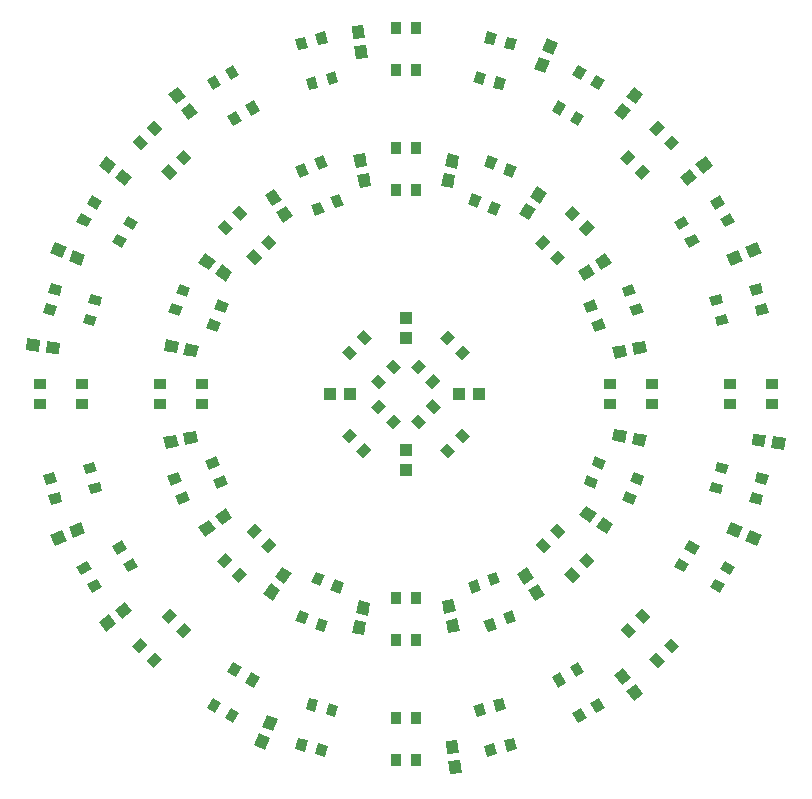
<source format=gtp>
G75*
%MOIN*%
%OFA0B0*%
%FSLAX25Y25*%
%IPPOS*%
%LPD*%
%AMOC8*
5,1,8,0,0,1.08239X$1,22.5*
%
%ADD10R,0.03346X0.03937*%
%ADD11R,0.03937X0.03346*%
%ADD12R,0.04331X0.03937*%
%ADD13R,0.03937X0.04331*%
D10*
G36*
X0048539Y0044301D02*
X0046173Y0046667D01*
X0048955Y0049449D01*
X0051321Y0047083D01*
X0048539Y0044301D01*
G37*
G36*
X0043667Y0049173D02*
X0041301Y0051539D01*
X0044083Y0054321D01*
X0046449Y0051955D01*
X0043667Y0049173D01*
G37*
G36*
X0053411Y0058917D02*
X0051045Y0061283D01*
X0053827Y0064065D01*
X0056193Y0061699D01*
X0053411Y0058917D01*
G37*
G36*
X0058283Y0054045D02*
X0055917Y0056411D01*
X0058699Y0059193D01*
X0061065Y0056827D01*
X0058283Y0054045D01*
G37*
G36*
X0075926Y0041056D02*
X0073030Y0042729D01*
X0074998Y0046136D01*
X0077894Y0044463D01*
X0075926Y0041056D01*
G37*
G36*
X0081892Y0037611D02*
X0078996Y0039284D01*
X0080964Y0042691D01*
X0083860Y0041018D01*
X0081892Y0037611D01*
G37*
G36*
X0075002Y0025678D02*
X0072106Y0027351D01*
X0074074Y0030758D01*
X0076970Y0029085D01*
X0075002Y0025678D01*
G37*
G36*
X0069036Y0029123D02*
X0066140Y0030796D01*
X0068108Y0034203D01*
X0071004Y0032530D01*
X0069036Y0029123D01*
G37*
G36*
X0098731Y0016323D02*
X0095500Y0017189D01*
X0096519Y0020989D01*
X0099750Y0020123D01*
X0098731Y0016323D01*
G37*
G36*
X0105386Y0014539D02*
X0102155Y0015405D01*
X0103174Y0019205D01*
X0106405Y0018339D01*
X0105386Y0014539D01*
G37*
G36*
X0108953Y0027849D02*
X0105722Y0028715D01*
X0106741Y0032515D01*
X0109972Y0031649D01*
X0108953Y0027849D01*
G37*
G36*
X0102298Y0029633D02*
X0099067Y0030499D01*
X0100086Y0034299D01*
X0103317Y0033433D01*
X0102298Y0029633D01*
G37*
X0129055Y0027390D03*
X0135945Y0027390D03*
X0135945Y0013610D03*
X0129055Y0013610D03*
G36*
X0159278Y0028715D02*
X0156047Y0027849D01*
X0155028Y0031649D01*
X0158259Y0032515D01*
X0159278Y0028715D01*
G37*
G36*
X0165933Y0030499D02*
X0162702Y0029633D01*
X0161683Y0033433D01*
X0164914Y0034299D01*
X0165933Y0030499D01*
G37*
G36*
X0169500Y0017189D02*
X0166269Y0016323D01*
X0165250Y0020123D01*
X0168481Y0020989D01*
X0169500Y0017189D01*
G37*
G36*
X0162845Y0015405D02*
X0159614Y0014539D01*
X0158595Y0018339D01*
X0161826Y0019205D01*
X0162845Y0015405D01*
G37*
G36*
X0186004Y0039284D02*
X0183108Y0037611D01*
X0181140Y0041018D01*
X0184036Y0042691D01*
X0186004Y0039284D01*
G37*
G36*
X0191970Y0042729D02*
X0189074Y0041056D01*
X0187106Y0044463D01*
X0190002Y0046136D01*
X0191970Y0042729D01*
G37*
G36*
X0198860Y0030796D02*
X0195964Y0029123D01*
X0193996Y0032530D01*
X0196892Y0034203D01*
X0198860Y0030796D01*
G37*
G36*
X0192894Y0027351D02*
X0189998Y0025678D01*
X0188030Y0029085D01*
X0190926Y0030758D01*
X0192894Y0027351D01*
G37*
G36*
X0218827Y0046667D02*
X0216461Y0044301D01*
X0213679Y0047083D01*
X0216045Y0049449D01*
X0218827Y0046667D01*
G37*
G36*
X0223699Y0051539D02*
X0221333Y0049173D01*
X0218551Y0051955D01*
X0220917Y0054321D01*
X0223699Y0051539D01*
G37*
G36*
X0213955Y0061283D02*
X0211589Y0058917D01*
X0208807Y0061699D01*
X0211173Y0064065D01*
X0213955Y0061283D01*
G37*
G36*
X0209083Y0056411D02*
X0206717Y0054045D01*
X0203935Y0056827D01*
X0206301Y0059193D01*
X0209083Y0056411D01*
G37*
G36*
X0190510Y0074984D02*
X0188144Y0072618D01*
X0185362Y0075400D01*
X0187728Y0077766D01*
X0190510Y0074984D01*
G37*
G36*
X0195382Y0079856D02*
X0193016Y0077490D01*
X0190234Y0080272D01*
X0192600Y0082638D01*
X0195382Y0079856D01*
G37*
G36*
X0185638Y0089600D02*
X0183272Y0087234D01*
X0180490Y0090016D01*
X0182856Y0092382D01*
X0185638Y0089600D01*
G37*
G36*
X0180766Y0084728D02*
X0178400Y0082362D01*
X0175618Y0085144D01*
X0177984Y0087510D01*
X0180766Y0084728D01*
G37*
G36*
X0164044Y0072707D02*
X0160954Y0071426D01*
X0159448Y0075061D01*
X0162538Y0076342D01*
X0164044Y0072707D01*
G37*
G36*
X0157679Y0070070D02*
X0154589Y0068789D01*
X0153083Y0072424D01*
X0156173Y0073705D01*
X0157679Y0070070D01*
G37*
G36*
X0169317Y0059976D02*
X0166227Y0058695D01*
X0164721Y0062330D01*
X0167811Y0063611D01*
X0169317Y0059976D01*
G37*
G36*
X0162952Y0057339D02*
X0159862Y0056058D01*
X0158356Y0059693D01*
X0161446Y0060974D01*
X0162952Y0057339D01*
G37*
X0135945Y0053610D03*
X0129055Y0053610D03*
X0129055Y0067390D03*
X0135945Y0067390D03*
G36*
X0110411Y0068789D02*
X0107321Y0070070D01*
X0108827Y0073705D01*
X0111917Y0072424D01*
X0110411Y0068789D01*
G37*
G36*
X0104046Y0071426D02*
X0100956Y0072707D01*
X0102462Y0076342D01*
X0105552Y0075061D01*
X0104046Y0071426D01*
G37*
G36*
X0098773Y0058695D02*
X0095683Y0059976D01*
X0097189Y0063611D01*
X0100279Y0062330D01*
X0098773Y0058695D01*
G37*
G36*
X0105138Y0056058D02*
X0102048Y0057339D01*
X0103554Y0060974D01*
X0106644Y0059693D01*
X0105138Y0056058D01*
G37*
G36*
X0076856Y0072618D02*
X0074490Y0074984D01*
X0077272Y0077766D01*
X0079638Y0075400D01*
X0076856Y0072618D01*
G37*
G36*
X0071984Y0077490D02*
X0069618Y0079856D01*
X0072400Y0082638D01*
X0074766Y0080272D01*
X0071984Y0077490D01*
G37*
G36*
X0081728Y0087234D02*
X0079362Y0089600D01*
X0082144Y0092382D01*
X0084510Y0090016D01*
X0081728Y0087234D01*
G37*
G36*
X0086600Y0082362D02*
X0084234Y0084728D01*
X0087016Y0087510D01*
X0089382Y0085144D01*
X0086600Y0082362D01*
G37*
G36*
X0069607Y0103856D02*
X0068326Y0106946D01*
X0071961Y0108452D01*
X0073242Y0105362D01*
X0069607Y0103856D01*
G37*
G36*
X0066970Y0110221D02*
X0065689Y0113311D01*
X0069324Y0114817D01*
X0070605Y0111727D01*
X0066970Y0110221D01*
G37*
G36*
X0056876Y0098583D02*
X0055595Y0101673D01*
X0059230Y0103179D01*
X0060511Y0100089D01*
X0056876Y0098583D01*
G37*
G36*
X0054239Y0104948D02*
X0052958Y0108038D01*
X0056593Y0109544D01*
X0057874Y0106454D01*
X0054239Y0104948D01*
G37*
G36*
X0036284Y0081996D02*
X0034611Y0084892D01*
X0038018Y0086860D01*
X0039691Y0083964D01*
X0036284Y0081996D01*
G37*
G36*
X0039729Y0076030D02*
X0038056Y0078926D01*
X0041463Y0080894D01*
X0043136Y0077998D01*
X0039729Y0076030D01*
G37*
G36*
X0027796Y0069140D02*
X0026123Y0072036D01*
X0029530Y0074004D01*
X0031203Y0071108D01*
X0027796Y0069140D01*
G37*
G36*
X0024351Y0075106D02*
X0022678Y0078002D01*
X0026085Y0079970D01*
X0027758Y0077074D01*
X0024351Y0075106D01*
G37*
G36*
X0014189Y0098500D02*
X0013323Y0101731D01*
X0017123Y0102750D01*
X0017989Y0099519D01*
X0014189Y0098500D01*
G37*
G36*
X0012405Y0105155D02*
X0011539Y0108386D01*
X0015339Y0109405D01*
X0016205Y0106174D01*
X0012405Y0105155D01*
G37*
G36*
X0025715Y0108722D02*
X0024849Y0111953D01*
X0028649Y0112972D01*
X0029515Y0109741D01*
X0025715Y0108722D01*
G37*
G36*
X0027499Y0102067D02*
X0026633Y0105298D01*
X0030433Y0106317D01*
X0031299Y0103086D01*
X0027499Y0102067D01*
G37*
G36*
X0065889Y0157589D02*
X0067170Y0160679D01*
X0070805Y0159173D01*
X0069524Y0156083D01*
X0065889Y0157589D01*
G37*
G36*
X0068526Y0163954D02*
X0069807Y0167044D01*
X0073442Y0165538D01*
X0072161Y0162448D01*
X0068526Y0163954D01*
G37*
G36*
X0055795Y0169227D02*
X0057076Y0172317D01*
X0060711Y0170811D01*
X0059430Y0167721D01*
X0055795Y0169227D01*
G37*
G36*
X0053158Y0162862D02*
X0054439Y0165952D01*
X0058074Y0164446D01*
X0056793Y0161356D01*
X0053158Y0162862D01*
G37*
G36*
X0026633Y0165702D02*
X0027499Y0168933D01*
X0031299Y0167914D01*
X0030433Y0164683D01*
X0026633Y0165702D01*
G37*
G36*
X0024849Y0159047D02*
X0025715Y0162278D01*
X0029515Y0161259D01*
X0028649Y0158028D01*
X0024849Y0159047D01*
G37*
G36*
X0011539Y0162614D02*
X0012405Y0165845D01*
X0016205Y0164826D01*
X0015339Y0161595D01*
X0011539Y0162614D01*
G37*
G36*
X0013323Y0169269D02*
X0014189Y0172500D01*
X0017989Y0171481D01*
X0017123Y0168250D01*
X0013323Y0169269D01*
G37*
G36*
X0022678Y0192998D02*
X0024351Y0195894D01*
X0027758Y0193926D01*
X0026085Y0191030D01*
X0022678Y0192998D01*
G37*
G36*
X0026123Y0198964D02*
X0027796Y0201860D01*
X0031203Y0199892D01*
X0029530Y0196996D01*
X0026123Y0198964D01*
G37*
G36*
X0034611Y0186108D02*
X0036284Y0189004D01*
X0039691Y0187036D01*
X0038018Y0184140D01*
X0034611Y0186108D01*
G37*
G36*
X0038056Y0192074D02*
X0039729Y0194970D01*
X0043136Y0193002D01*
X0041463Y0190106D01*
X0038056Y0192074D01*
G37*
G36*
X0051045Y0209717D02*
X0053411Y0212083D01*
X0056193Y0209301D01*
X0053827Y0206935D01*
X0051045Y0209717D01*
G37*
G36*
X0055917Y0214589D02*
X0058283Y0216955D01*
X0061065Y0214173D01*
X0058699Y0211807D01*
X0055917Y0214589D01*
G37*
G36*
X0046173Y0224333D02*
X0048539Y0226699D01*
X0051321Y0223917D01*
X0048955Y0221551D01*
X0046173Y0224333D01*
G37*
G36*
X0041301Y0219461D02*
X0043667Y0221827D01*
X0046449Y0219045D01*
X0044083Y0216679D01*
X0041301Y0219461D01*
G37*
G36*
X0066140Y0240204D02*
X0069036Y0241877D01*
X0071004Y0238470D01*
X0068108Y0236797D01*
X0066140Y0240204D01*
G37*
G36*
X0072106Y0243649D02*
X0075002Y0245322D01*
X0076970Y0241915D01*
X0074074Y0240242D01*
X0072106Y0243649D01*
G37*
G36*
X0078996Y0231716D02*
X0081892Y0233389D01*
X0083860Y0229982D01*
X0080964Y0228309D01*
X0078996Y0231716D01*
G37*
G36*
X0073030Y0228271D02*
X0075926Y0229944D01*
X0077894Y0226537D01*
X0074998Y0224864D01*
X0073030Y0228271D01*
G37*
G36*
X0095583Y0211124D02*
X0098673Y0212405D01*
X0100179Y0208770D01*
X0097089Y0207489D01*
X0095583Y0211124D01*
G37*
G36*
X0101948Y0213761D02*
X0105038Y0215042D01*
X0106544Y0211407D01*
X0103454Y0210126D01*
X0101948Y0213761D01*
G37*
G36*
X0107221Y0201030D02*
X0110311Y0202311D01*
X0111817Y0198676D01*
X0108727Y0197395D01*
X0107221Y0201030D01*
G37*
G36*
X0100856Y0198393D02*
X0103946Y0199674D01*
X0105452Y0196039D01*
X0102362Y0194758D01*
X0100856Y0198393D01*
G37*
G36*
X0084234Y0186272D02*
X0086600Y0188638D01*
X0089382Y0185856D01*
X0087016Y0183490D01*
X0084234Y0186272D01*
G37*
G36*
X0079362Y0181400D02*
X0081728Y0183766D01*
X0084510Y0180984D01*
X0082144Y0178618D01*
X0079362Y0181400D01*
G37*
G36*
X0069618Y0191144D02*
X0071984Y0193510D01*
X0074766Y0190728D01*
X0072400Y0188362D01*
X0069618Y0191144D01*
G37*
G36*
X0074490Y0196016D02*
X0076856Y0198382D01*
X0079638Y0195600D01*
X0077272Y0193234D01*
X0074490Y0196016D01*
G37*
G36*
X0099067Y0240501D02*
X0102298Y0241367D01*
X0103317Y0237567D01*
X0100086Y0236701D01*
X0099067Y0240501D01*
G37*
G36*
X0105722Y0242285D02*
X0108953Y0243151D01*
X0109972Y0239351D01*
X0106741Y0238485D01*
X0105722Y0242285D01*
G37*
G36*
X0095500Y0253811D02*
X0098731Y0254677D01*
X0099750Y0250877D01*
X0096519Y0250011D01*
X0095500Y0253811D01*
G37*
G36*
X0102155Y0255595D02*
X0105386Y0256461D01*
X0106405Y0252661D01*
X0103174Y0251795D01*
X0102155Y0255595D01*
G37*
X0129055Y0257390D03*
X0135945Y0257390D03*
X0135945Y0243610D03*
X0129055Y0243610D03*
X0129055Y0217390D03*
X0135945Y0217390D03*
X0135945Y0203610D03*
X0129055Y0203610D03*
G36*
X0154689Y0202411D02*
X0157779Y0201130D01*
X0156273Y0197495D01*
X0153183Y0198776D01*
X0154689Y0202411D01*
G37*
G36*
X0161054Y0199774D02*
X0164144Y0198493D01*
X0162638Y0194858D01*
X0159548Y0196139D01*
X0161054Y0199774D01*
G37*
G36*
X0166327Y0212505D02*
X0169417Y0211224D01*
X0167911Y0207589D01*
X0164821Y0208870D01*
X0166327Y0212505D01*
G37*
G36*
X0159962Y0215142D02*
X0163052Y0213861D01*
X0161546Y0210226D01*
X0158456Y0211507D01*
X0159962Y0215142D01*
G37*
G36*
X0162702Y0241367D02*
X0165933Y0240501D01*
X0164914Y0236701D01*
X0161683Y0237567D01*
X0162702Y0241367D01*
G37*
G36*
X0156047Y0243151D02*
X0159278Y0242285D01*
X0158259Y0238485D01*
X0155028Y0239351D01*
X0156047Y0243151D01*
G37*
G36*
X0159614Y0256461D02*
X0162845Y0255595D01*
X0161826Y0251795D01*
X0158595Y0252661D01*
X0159614Y0256461D01*
G37*
G36*
X0166269Y0254677D02*
X0169500Y0253811D01*
X0168481Y0250011D01*
X0165250Y0250877D01*
X0166269Y0254677D01*
G37*
G36*
X0189998Y0245322D02*
X0192894Y0243649D01*
X0190926Y0240242D01*
X0188030Y0241915D01*
X0189998Y0245322D01*
G37*
G36*
X0195964Y0241877D02*
X0198860Y0240204D01*
X0196892Y0236797D01*
X0193996Y0238470D01*
X0195964Y0241877D01*
G37*
G36*
X0183108Y0233389D02*
X0186004Y0231716D01*
X0184036Y0228309D01*
X0181140Y0229982D01*
X0183108Y0233389D01*
G37*
G36*
X0189074Y0229944D02*
X0191970Y0228271D01*
X0190002Y0224864D01*
X0187106Y0226537D01*
X0189074Y0229944D01*
G37*
G36*
X0206717Y0216955D02*
X0209083Y0214589D01*
X0206301Y0211807D01*
X0203935Y0214173D01*
X0206717Y0216955D01*
G37*
G36*
X0211589Y0212083D02*
X0213955Y0209717D01*
X0211173Y0206935D01*
X0208807Y0209301D01*
X0211589Y0212083D01*
G37*
G36*
X0221333Y0221827D02*
X0223699Y0219461D01*
X0220917Y0216679D01*
X0218551Y0219045D01*
X0221333Y0221827D01*
G37*
G36*
X0216461Y0226699D02*
X0218827Y0224333D01*
X0216045Y0221551D01*
X0213679Y0223917D01*
X0216461Y0226699D01*
G37*
G36*
X0237204Y0201860D02*
X0238877Y0198964D01*
X0235470Y0196996D01*
X0233797Y0199892D01*
X0237204Y0201860D01*
G37*
G36*
X0240649Y0195894D02*
X0242322Y0192998D01*
X0238915Y0191030D01*
X0237242Y0193926D01*
X0240649Y0195894D01*
G37*
G36*
X0228716Y0189004D02*
X0230389Y0186108D01*
X0226982Y0184140D01*
X0225309Y0187036D01*
X0228716Y0189004D01*
G37*
G36*
X0225271Y0194970D02*
X0226944Y0192074D01*
X0223537Y0190106D01*
X0221864Y0193002D01*
X0225271Y0194970D01*
G37*
G36*
X0208024Y0172317D02*
X0209305Y0169227D01*
X0205670Y0167721D01*
X0204389Y0170811D01*
X0208024Y0172317D01*
G37*
G36*
X0210661Y0165952D02*
X0211942Y0162862D01*
X0208307Y0161356D01*
X0207026Y0164446D01*
X0210661Y0165952D01*
G37*
G36*
X0197930Y0160679D02*
X0199211Y0157589D01*
X0195576Y0156083D01*
X0194295Y0159173D01*
X0197930Y0160679D01*
G37*
G36*
X0195293Y0167044D02*
X0196574Y0163954D01*
X0192939Y0162448D01*
X0191658Y0165538D01*
X0195293Y0167044D01*
G37*
G36*
X0183272Y0183666D02*
X0185638Y0181300D01*
X0182856Y0178518D01*
X0180490Y0180884D01*
X0183272Y0183666D01*
G37*
G36*
X0178400Y0188538D02*
X0180766Y0186172D01*
X0177984Y0183390D01*
X0175618Y0185756D01*
X0178400Y0188538D01*
G37*
G36*
X0188144Y0198282D02*
X0190510Y0195916D01*
X0187728Y0193134D01*
X0185362Y0195500D01*
X0188144Y0198282D01*
G37*
G36*
X0193016Y0193410D02*
X0195382Y0191044D01*
X0192600Y0188262D01*
X0190234Y0190628D01*
X0193016Y0193410D01*
G37*
G36*
X0237501Y0168933D02*
X0238367Y0165702D01*
X0234567Y0164683D01*
X0233701Y0167914D01*
X0237501Y0168933D01*
G37*
G36*
X0239285Y0162278D02*
X0240151Y0159047D01*
X0236351Y0158028D01*
X0235485Y0161259D01*
X0239285Y0162278D01*
G37*
G36*
X0250811Y0172500D02*
X0251677Y0169269D01*
X0247877Y0168250D01*
X0247011Y0171481D01*
X0250811Y0172500D01*
G37*
G36*
X0252595Y0165845D02*
X0253461Y0162614D01*
X0249661Y0161595D01*
X0248795Y0164826D01*
X0252595Y0165845D01*
G37*
G36*
X0240151Y0111953D02*
X0239285Y0108722D01*
X0235485Y0109741D01*
X0236351Y0112972D01*
X0240151Y0111953D01*
G37*
G36*
X0238367Y0105298D02*
X0237501Y0102067D01*
X0233701Y0103086D01*
X0234567Y0106317D01*
X0238367Y0105298D01*
G37*
G36*
X0251677Y0101731D02*
X0250811Y0098500D01*
X0247011Y0099519D01*
X0247877Y0102750D01*
X0251677Y0101731D01*
G37*
G36*
X0253461Y0108386D02*
X0252595Y0105155D01*
X0248795Y0106174D01*
X0249661Y0109405D01*
X0253461Y0108386D01*
G37*
G36*
X0230389Y0084892D02*
X0228716Y0081996D01*
X0225309Y0083964D01*
X0226982Y0086860D01*
X0230389Y0084892D01*
G37*
G36*
X0226944Y0078926D02*
X0225271Y0076030D01*
X0221864Y0077998D01*
X0223537Y0080894D01*
X0226944Y0078926D01*
G37*
G36*
X0238877Y0072036D02*
X0237204Y0069140D01*
X0233797Y0071108D01*
X0235470Y0074004D01*
X0238877Y0072036D01*
G37*
G36*
X0242322Y0078002D02*
X0240649Y0075106D01*
X0237242Y0077074D01*
X0238915Y0079970D01*
X0242322Y0078002D01*
G37*
G36*
X0212042Y0108038D02*
X0210761Y0104948D01*
X0207126Y0106454D01*
X0208407Y0109544D01*
X0212042Y0108038D01*
G37*
G36*
X0209405Y0101673D02*
X0208124Y0098583D01*
X0204489Y0100089D01*
X0205770Y0103179D01*
X0209405Y0101673D01*
G37*
G36*
X0199311Y0113311D02*
X0198030Y0110221D01*
X0194395Y0111727D01*
X0195676Y0114817D01*
X0199311Y0113311D01*
G37*
G36*
X0196674Y0106946D02*
X0195393Y0103856D01*
X0191758Y0105362D01*
X0193039Y0108452D01*
X0196674Y0106946D01*
G37*
G36*
X0153882Y0121356D02*
X0151516Y0118990D01*
X0148734Y0121772D01*
X0151100Y0124138D01*
X0153882Y0121356D01*
G37*
G36*
X0149010Y0116484D02*
X0146644Y0114118D01*
X0143862Y0116900D01*
X0146228Y0119266D01*
X0149010Y0116484D01*
G37*
G36*
X0139266Y0126228D02*
X0136900Y0123862D01*
X0134118Y0126644D01*
X0136484Y0129010D01*
X0139266Y0126228D01*
G37*
G36*
X0144138Y0131100D02*
X0141772Y0128734D01*
X0138990Y0131516D01*
X0141356Y0133882D01*
X0144138Y0131100D01*
G37*
G36*
X0141772Y0142266D02*
X0144138Y0139900D01*
X0141356Y0137118D01*
X0138990Y0139484D01*
X0141772Y0142266D01*
G37*
G36*
X0136900Y0147138D02*
X0139266Y0144772D01*
X0136484Y0141990D01*
X0134118Y0144356D01*
X0136900Y0147138D01*
G37*
G36*
X0125734Y0144772D02*
X0128100Y0147138D01*
X0130882Y0144356D01*
X0128516Y0141990D01*
X0125734Y0144772D01*
G37*
G36*
X0120862Y0139900D02*
X0123228Y0142266D01*
X0126010Y0139484D01*
X0123644Y0137118D01*
X0120862Y0139900D01*
G37*
G36*
X0111118Y0149644D02*
X0113484Y0152010D01*
X0116266Y0149228D01*
X0113900Y0146862D01*
X0111118Y0149644D01*
G37*
G36*
X0115990Y0154516D02*
X0118356Y0156882D01*
X0121138Y0154100D01*
X0118772Y0151734D01*
X0115990Y0154516D01*
G37*
G36*
X0123228Y0128734D02*
X0120862Y0131100D01*
X0123644Y0133882D01*
X0126010Y0131516D01*
X0123228Y0128734D01*
G37*
G36*
X0128100Y0123862D02*
X0125734Y0126228D01*
X0128516Y0129010D01*
X0130882Y0126644D01*
X0128100Y0123862D01*
G37*
G36*
X0118356Y0114118D02*
X0115990Y0116484D01*
X0118772Y0119266D01*
X0121138Y0116900D01*
X0118356Y0114118D01*
G37*
G36*
X0113484Y0118990D02*
X0111118Y0121356D01*
X0113900Y0124138D01*
X0116266Y0121772D01*
X0113484Y0118990D01*
G37*
G36*
X0146644Y0156882D02*
X0149010Y0154516D01*
X0146228Y0151734D01*
X0143862Y0154100D01*
X0146644Y0156882D01*
G37*
G36*
X0151516Y0152010D02*
X0153882Y0149644D01*
X0151100Y0146862D01*
X0148734Y0149228D01*
X0151516Y0152010D01*
G37*
D11*
X0200610Y0138945D03*
X0200610Y0132055D03*
X0214390Y0132055D03*
X0214390Y0138945D03*
X0240610Y0138945D03*
X0240610Y0132055D03*
X0254390Y0132055D03*
X0254390Y0138945D03*
X0064390Y0138945D03*
X0064390Y0132055D03*
X0050610Y0132055D03*
X0050610Y0138945D03*
X0024390Y0138945D03*
X0024390Y0132055D03*
X0010610Y0132055D03*
X0010610Y0138945D03*
D12*
G36*
X0012973Y0153220D02*
X0017265Y0152655D01*
X0016751Y0148754D01*
X0012459Y0149319D01*
X0012973Y0153220D01*
G37*
G36*
X0006337Y0154094D02*
X0010629Y0153529D01*
X0010115Y0149628D01*
X0005823Y0150193D01*
X0006337Y0154094D01*
G37*
G36*
X0021632Y0183552D02*
X0025632Y0181895D01*
X0024126Y0178260D01*
X0020126Y0179917D01*
X0021632Y0183552D01*
G37*
G36*
X0015448Y0186114D02*
X0019448Y0184457D01*
X0017942Y0180822D01*
X0013942Y0182479D01*
X0015448Y0186114D01*
G37*
G36*
X0032537Y0214685D02*
X0035971Y0212049D01*
X0033575Y0208927D01*
X0030141Y0211563D01*
X0032537Y0214685D01*
G37*
G36*
X0037847Y0210611D02*
X0041281Y0207975D01*
X0038885Y0204853D01*
X0035451Y0207489D01*
X0037847Y0210611D01*
G37*
G36*
X0060511Y0232549D02*
X0063147Y0229115D01*
X0060025Y0226719D01*
X0057389Y0230153D01*
X0060511Y0232549D01*
G37*
G36*
X0056437Y0237859D02*
X0059073Y0234425D01*
X0055951Y0232029D01*
X0053315Y0235463D01*
X0056437Y0237859D01*
G37*
G36*
X0088668Y0203874D02*
X0091077Y0200277D01*
X0087808Y0198088D01*
X0085399Y0201685D01*
X0088668Y0203874D01*
G37*
G36*
X0092392Y0198312D02*
X0094801Y0194715D01*
X0091532Y0192526D01*
X0089123Y0196123D01*
X0092392Y0198312D01*
G37*
G36*
X0071075Y0178681D02*
X0074677Y0176279D01*
X0072493Y0173005D01*
X0068891Y0175407D01*
X0071075Y0178681D01*
G37*
G36*
X0065507Y0182395D02*
X0069109Y0179993D01*
X0066925Y0176719D01*
X0063323Y0179121D01*
X0065507Y0182395D01*
G37*
G36*
X0052576Y0153801D02*
X0056823Y0152960D01*
X0056058Y0149099D01*
X0051811Y0149940D01*
X0052576Y0153801D01*
G37*
G36*
X0059142Y0152501D02*
X0063389Y0151660D01*
X0062624Y0147799D01*
X0058377Y0148640D01*
X0059142Y0152501D01*
G37*
G36*
X0058274Y0122361D02*
X0062519Y0123210D01*
X0063290Y0119351D01*
X0059045Y0118502D01*
X0058274Y0122361D01*
G37*
G36*
X0051710Y0121049D02*
X0055955Y0121898D01*
X0056726Y0118039D01*
X0052481Y0117190D01*
X0051710Y0121049D01*
G37*
G36*
X0068888Y0094992D02*
X0072485Y0097401D01*
X0074674Y0094132D01*
X0071077Y0091723D01*
X0068888Y0094992D01*
G37*
G36*
X0063326Y0091268D02*
X0066923Y0093677D01*
X0069112Y0090408D01*
X0065515Y0087999D01*
X0063326Y0091268D01*
G37*
G36*
X0085005Y0068807D02*
X0087407Y0072409D01*
X0090681Y0070225D01*
X0088279Y0066623D01*
X0085005Y0068807D01*
G37*
G36*
X0088719Y0074375D02*
X0091121Y0077977D01*
X0094395Y0075793D01*
X0091993Y0072191D01*
X0088719Y0074375D01*
G37*
G36*
X0115899Y0062442D02*
X0116740Y0066689D01*
X0120601Y0065924D01*
X0119760Y0061677D01*
X0115899Y0062442D01*
G37*
G36*
X0114599Y0055876D02*
X0115440Y0060123D01*
X0119301Y0059358D01*
X0118460Y0055111D01*
X0114599Y0055876D01*
G37*
G36*
X0084448Y0024632D02*
X0086105Y0028632D01*
X0089740Y0027126D01*
X0088083Y0023126D01*
X0084448Y0024632D01*
G37*
G36*
X0081886Y0018448D02*
X0083543Y0022448D01*
X0087178Y0020942D01*
X0085521Y0016942D01*
X0081886Y0018448D01*
G37*
G36*
X0035451Y0063511D02*
X0038885Y0066147D01*
X0041281Y0063025D01*
X0037847Y0060389D01*
X0035451Y0063511D01*
G37*
G36*
X0030141Y0059437D02*
X0033575Y0062073D01*
X0035971Y0058951D01*
X0032537Y0056315D01*
X0030141Y0059437D01*
G37*
G36*
X0013942Y0088521D02*
X0017942Y0090178D01*
X0019448Y0086543D01*
X0015448Y0084886D01*
X0013942Y0088521D01*
G37*
G36*
X0020126Y0091083D02*
X0024126Y0092740D01*
X0025632Y0089105D01*
X0021632Y0087448D01*
X0020126Y0091083D01*
G37*
X0107154Y0135500D03*
X0113846Y0135500D03*
X0150154Y0135500D03*
X0156846Y0135500D03*
G36*
X0195612Y0175508D02*
X0192015Y0173099D01*
X0189826Y0176368D01*
X0193423Y0178777D01*
X0195612Y0175508D01*
G37*
G36*
X0201174Y0179232D02*
X0197577Y0176823D01*
X0195388Y0180092D01*
X0198985Y0182501D01*
X0201174Y0179232D01*
G37*
G36*
X0179595Y0202593D02*
X0177193Y0198991D01*
X0173919Y0201175D01*
X0176321Y0204777D01*
X0179595Y0202593D01*
G37*
G36*
X0175881Y0197025D02*
X0173479Y0193423D01*
X0170205Y0195607D01*
X0172607Y0199209D01*
X0175881Y0197025D01*
G37*
G36*
X0150301Y0214924D02*
X0149460Y0210677D01*
X0145599Y0211442D01*
X0146440Y0215689D01*
X0150301Y0214924D01*
G37*
G36*
X0149001Y0208358D02*
X0148160Y0204111D01*
X0144299Y0204876D01*
X0145140Y0209123D01*
X0149001Y0208358D01*
G37*
G36*
X0120161Y0209226D02*
X0121010Y0204981D01*
X0117151Y0204210D01*
X0116302Y0208455D01*
X0120161Y0209226D01*
G37*
G36*
X0118849Y0215790D02*
X0119698Y0211545D01*
X0115839Y0210774D01*
X0114990Y0215019D01*
X0118849Y0215790D01*
G37*
G36*
X0115914Y0247102D02*
X0115349Y0251394D01*
X0119250Y0251908D01*
X0119815Y0247616D01*
X0115914Y0247102D01*
G37*
G36*
X0115041Y0253738D02*
X0114476Y0258030D01*
X0118377Y0258544D01*
X0118942Y0254252D01*
X0115041Y0253738D01*
G37*
G36*
X0180552Y0246368D02*
X0178895Y0242368D01*
X0175260Y0243874D01*
X0176917Y0247874D01*
X0180552Y0246368D01*
G37*
G36*
X0183114Y0252552D02*
X0181457Y0248552D01*
X0177822Y0250058D01*
X0179479Y0254058D01*
X0183114Y0252552D01*
G37*
G36*
X0207611Y0230153D02*
X0204975Y0226719D01*
X0201853Y0229115D01*
X0204489Y0232549D01*
X0207611Y0230153D01*
G37*
G36*
X0211685Y0235463D02*
X0209049Y0232029D01*
X0205927Y0234425D01*
X0208563Y0237859D01*
X0211685Y0235463D01*
G37*
G36*
X0234859Y0211563D02*
X0231425Y0208927D01*
X0229029Y0212049D01*
X0232463Y0214685D01*
X0234859Y0211563D01*
G37*
G36*
X0229549Y0207489D02*
X0226115Y0204853D01*
X0223719Y0207975D01*
X0227153Y0210611D01*
X0229549Y0207489D01*
G37*
G36*
X0251058Y0182479D02*
X0247058Y0180822D01*
X0245552Y0184457D01*
X0249552Y0186114D01*
X0251058Y0182479D01*
G37*
G36*
X0244874Y0179917D02*
X0240874Y0178260D01*
X0239368Y0181895D01*
X0243368Y0183552D01*
X0244874Y0179917D01*
G37*
G36*
X0212890Y0149451D02*
X0208645Y0148602D01*
X0207874Y0152461D01*
X0212119Y0153310D01*
X0212890Y0149451D01*
G37*
G36*
X0206326Y0148139D02*
X0202081Y0147290D01*
X0201310Y0151149D01*
X0205555Y0151998D01*
X0206326Y0148139D01*
G37*
G36*
X0205458Y0119199D02*
X0201211Y0120040D01*
X0201976Y0123901D01*
X0206223Y0123060D01*
X0205458Y0119199D01*
G37*
G36*
X0212024Y0117899D02*
X0207777Y0118740D01*
X0208542Y0122601D01*
X0212789Y0121760D01*
X0212024Y0117899D01*
G37*
G36*
X0193925Y0092619D02*
X0190323Y0095021D01*
X0192507Y0098295D01*
X0196109Y0095893D01*
X0193925Y0092619D01*
G37*
G36*
X0199493Y0088905D02*
X0195891Y0091307D01*
X0198075Y0094581D01*
X0201677Y0092179D01*
X0199493Y0088905D01*
G37*
G36*
X0175632Y0066426D02*
X0173223Y0070023D01*
X0176492Y0072212D01*
X0178901Y0068615D01*
X0175632Y0066426D01*
G37*
G36*
X0171908Y0071988D02*
X0169499Y0075585D01*
X0172768Y0077774D01*
X0175177Y0074177D01*
X0171908Y0071988D01*
G37*
G36*
X0146651Y0055710D02*
X0145802Y0059955D01*
X0149661Y0060726D01*
X0150510Y0056481D01*
X0146651Y0055710D01*
G37*
G36*
X0145339Y0062274D02*
X0144490Y0066519D01*
X0148349Y0067290D01*
X0149198Y0063045D01*
X0145339Y0062274D01*
G37*
G36*
X0146319Y0015459D02*
X0145754Y0019751D01*
X0149655Y0020265D01*
X0150220Y0015973D01*
X0146319Y0015459D01*
G37*
G36*
X0147193Y0008823D02*
X0146628Y0013115D01*
X0150529Y0013629D01*
X0151094Y0009337D01*
X0147193Y0008823D01*
G37*
G36*
X0204489Y0038451D02*
X0201853Y0041885D01*
X0204975Y0044281D01*
X0207611Y0040847D01*
X0204489Y0038451D01*
G37*
G36*
X0208563Y0033141D02*
X0205927Y0036575D01*
X0209049Y0038971D01*
X0211685Y0035537D01*
X0208563Y0033141D01*
G37*
G36*
X0249552Y0084886D02*
X0245552Y0086543D01*
X0247058Y0090178D01*
X0251058Y0088521D01*
X0249552Y0084886D01*
G37*
G36*
X0243368Y0087448D02*
X0239368Y0089105D01*
X0240874Y0092740D01*
X0244874Y0091083D01*
X0243368Y0087448D01*
G37*
G36*
X0252027Y0117780D02*
X0247735Y0118345D01*
X0248249Y0122246D01*
X0252541Y0121681D01*
X0252027Y0117780D01*
G37*
G36*
X0258663Y0116906D02*
X0254371Y0117471D01*
X0254885Y0121372D01*
X0259177Y0120807D01*
X0258663Y0116906D01*
G37*
D13*
X0132500Y0116846D03*
X0132500Y0110154D03*
X0132500Y0154154D03*
X0132500Y0160846D03*
M02*

</source>
